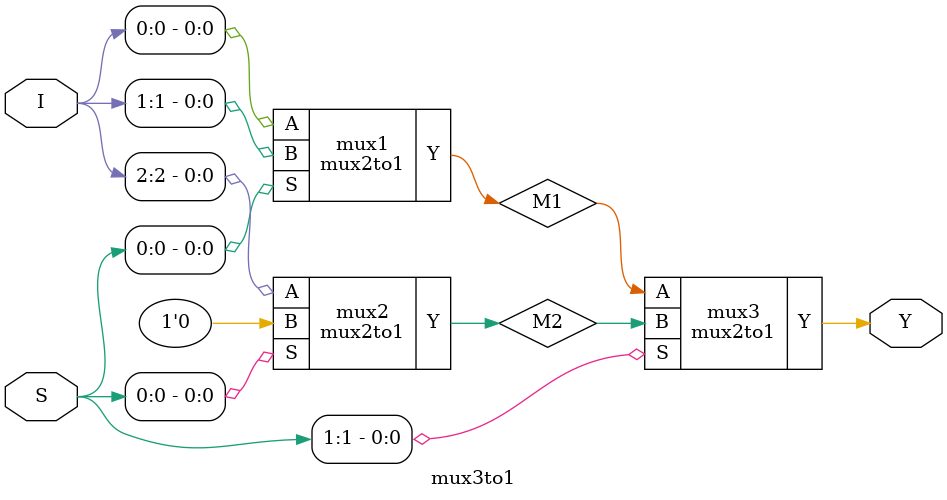
<source format=v>
module mux2to1(output wire Y, input wire A, B, S);
    wire nS, aA, aB;
    not (nS, S);
    and (aA, A, nS);
    and (aB, B, S);
    or  (Y, aA, aB);
endmodule

module mux3to1(input [2:0] I, input [1:0] S, output Y);
    wire M1, M2;
    mux2to1 mux1(.A(I[0]), .B(I[1]), .S(S[0]), .Y(M1));
    mux2to1 mux2(.A(I[2]), .B(1'b0), .S(S[0]), .Y(M2));
    mux2to1 mux3(.A(M1), .B(M2), .S(S[1]), .Y(Y));
endmodule
</source>
